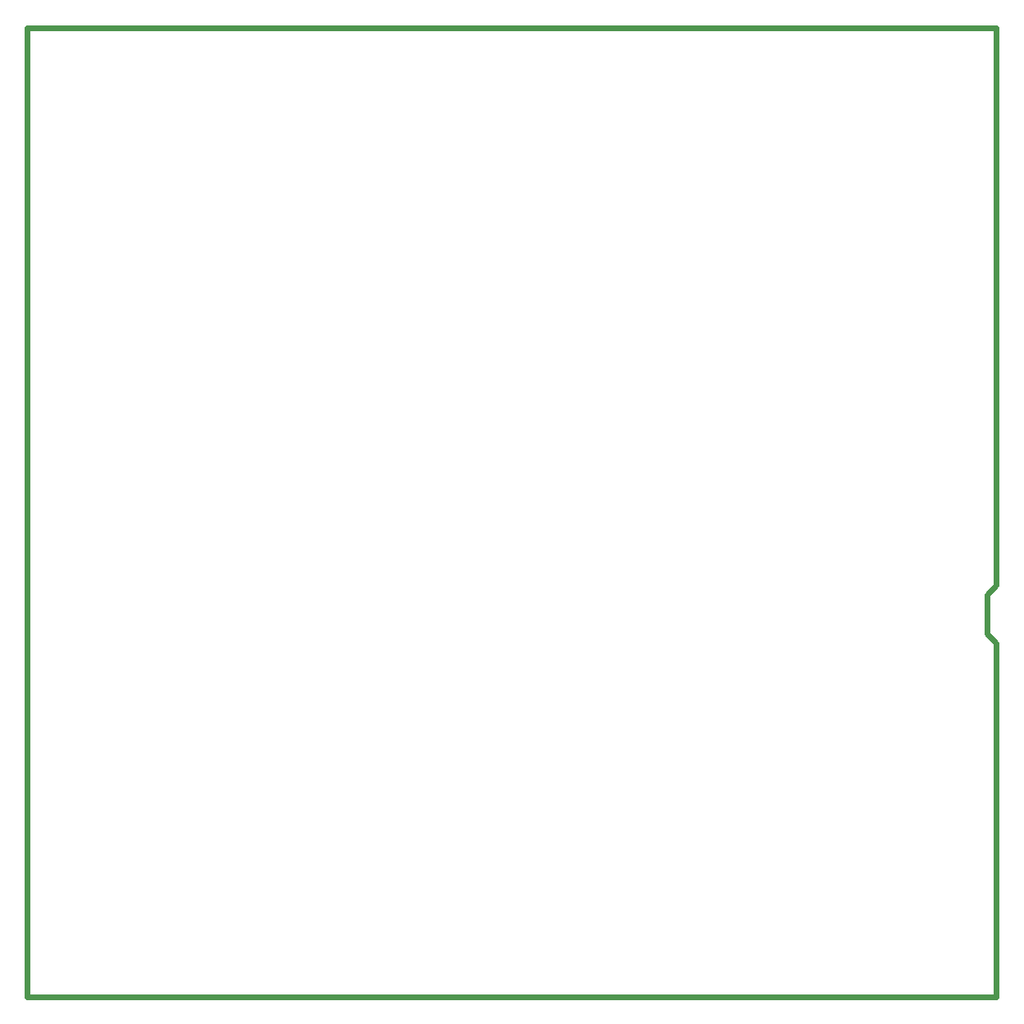
<source format=gko>
G04*
G04 #@! TF.GenerationSoftware,Altium Limited,Altium Designer,21.9.2 (33)*
G04*
G04 Layer_Color=16711935*
%FSLAX25Y25*%
%MOIN*%
G70*
G04*
G04 #@! TF.SameCoordinates,66518ADA-414C-4047-A028-89B1228E7E92*
G04*
G04*
G04 #@! TF.FilePolarity,Positive*
G04*
G01*
G75*
%ADD98C,0.02400*%
D98*
X0D02*
Y393701D01*
X393701D01*
X0Y0D02*
X393701D01*
Y167323D02*
Y393701D01*
X389764Y147638D02*
X393701Y143701D01*
X389764Y163386D02*
X393701Y167323D01*
X389764Y147638D02*
Y163386D01*
X393701Y0D02*
Y143701D01*
M02*

</source>
